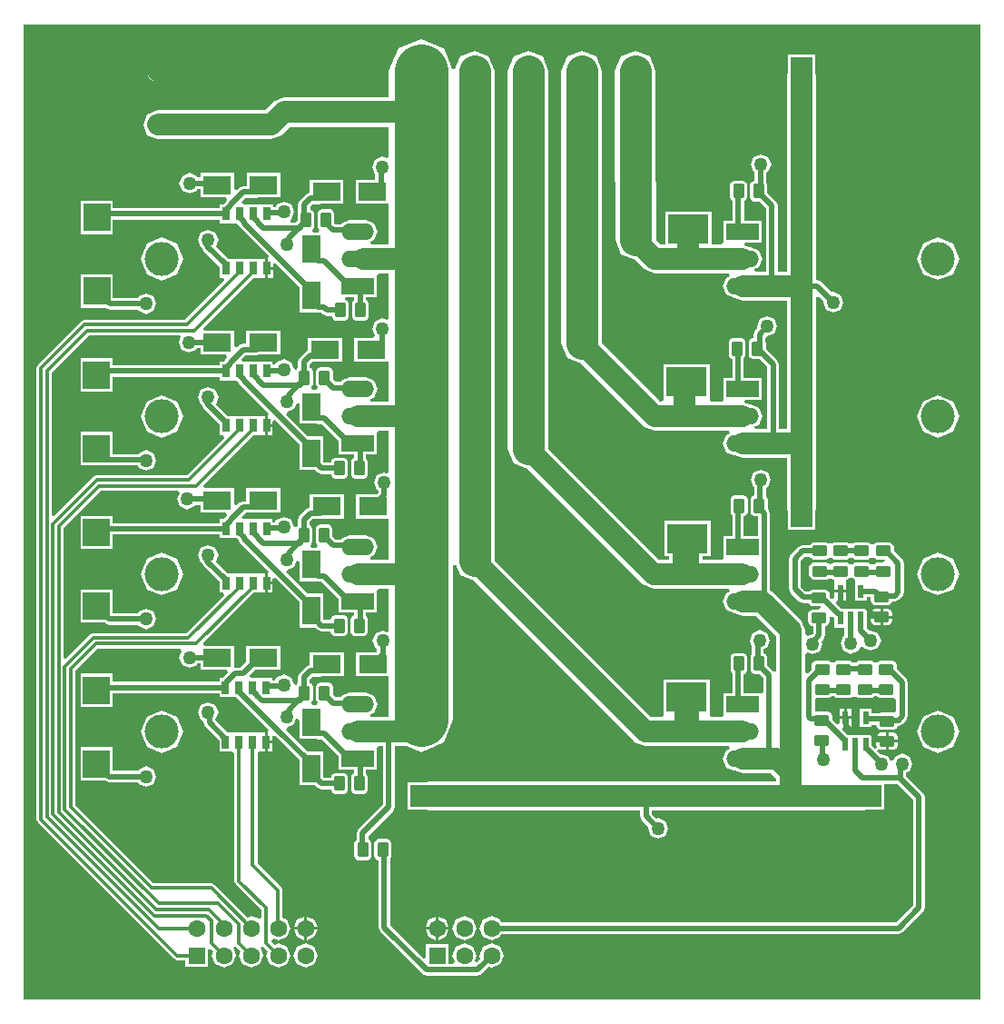
<source format=gtl>
G04*
G04 #@! TF.GenerationSoftware,Altium Limited,Altium Designer,20.0.13 (296)*
G04*
G04 Layer_Physical_Order=1*
G04 Layer_Color=255*
%FSLAX44Y44*%
%MOMM*%
G71*
G01*
G75*
%ADD15C,0.3000*%
G04:AMPARAMS|DCode=39|XSize=1mm|YSize=1.42mm|CornerRadius=0.125mm|HoleSize=0mm|Usage=FLASHONLY|Rotation=0.000|XOffset=0mm|YOffset=0mm|HoleType=Round|Shape=RoundedRectangle|*
%AMROUNDEDRECTD39*
21,1,1.0000,1.1700,0,0,0.0*
21,1,0.7500,1.4200,0,0,0.0*
1,1,0.2500,0.3750,-0.5850*
1,1,0.2500,-0.3750,-0.5850*
1,1,0.2500,-0.3750,0.5850*
1,1,0.2500,0.3750,0.5850*
%
%ADD39ROUNDEDRECTD39*%
%ADD40R,0.5900X1.2100*%
%ADD41R,3.4000X2.0000*%
G04:AMPARAMS|DCode=42|XSize=1mm|YSize=1.42mm|CornerRadius=0.125mm|HoleSize=0mm|Usage=FLASHONLY|Rotation=90.000|XOffset=0mm|YOffset=0mm|HoleType=Round|Shape=RoundedRectangle|*
%AMROUNDEDRECTD42*
21,1,1.0000,1.1700,0,0,90.0*
21,1,0.7500,1.4200,0,0,90.0*
1,1,0.2500,0.5850,0.3750*
1,1,0.2500,0.5850,-0.3750*
1,1,0.2500,-0.5850,-0.3750*
1,1,0.2500,-0.5850,0.3750*
%
%ADD42ROUNDEDRECTD42*%
%ADD43R,2.0000X3.4000*%
%ADD44R,3.8100X2.7940*%
%ADD45R,2.6500X1.7500*%
%ADD46R,1.7500X2.6500*%
%ADD47R,2.5000X2.6000*%
%ADD48R,0.6350X1.2700*%
%ADD49C,0.5000*%
%ADD50C,3.0000*%
%ADD51C,2.0000*%
%ADD52C,5.0000*%
%ADD53C,3.1750*%
%ADD54O,3.0480X1.5240*%
%ADD55R,3.0480X1.5240*%
%ADD56C,1.6050*%
%ADD57R,1.6050X1.6050*%
%ADD58R,2.1000X2.1000*%
%ADD59C,2.1000*%
%ADD60R,1.4000X1.4000*%
%ADD61C,1.4000*%
%ADD62C,1.2700*%
%ADD63C,4.0000*%
G36*
X896168Y3832D02*
X3832D01*
Y912668D01*
X896168D01*
Y3832D01*
D02*
G37*
%LPC*%
G36*
X235770Y878800D02*
Y870270D01*
X244300D01*
X241801Y876302D01*
X235770Y878800D01*
D02*
G37*
G36*
X129770D02*
Y870270D01*
X138300D01*
X135802Y876302D01*
X129770Y878800D01*
D02*
G37*
G36*
X233230D02*
X227198Y876302D01*
X224700Y870270D01*
X233230D01*
Y878800D01*
D02*
G37*
G36*
X127230D02*
X121198Y876302D01*
X118700Y870270D01*
X127230D01*
Y878800D01*
D02*
G37*
G36*
X244300Y867730D02*
X235770D01*
Y859200D01*
X241801Y861698D01*
X244300Y867730D01*
D02*
G37*
G36*
X138300D02*
X129770D01*
Y859200D01*
X135802Y861698D01*
X138300Y867730D01*
D02*
G37*
G36*
X233230D02*
X224700D01*
X227198Y861698D01*
X233230Y859200D01*
Y867730D01*
D02*
G37*
G36*
X127230D02*
X118700D01*
X121198Y861698D01*
X127230Y859200D01*
Y867730D01*
D02*
G37*
G36*
X374000Y899059D02*
X352922Y890328D01*
X344191Y869250D01*
X344261Y869081D01*
Y844323D01*
X246250D01*
X236652Y840348D01*
X228878Y832573D01*
X128500D01*
X118902Y828598D01*
X114927Y819000D01*
X118902Y809402D01*
X128500Y805427D01*
X234500D01*
X244098Y809402D01*
X251872Y817177D01*
X344261D01*
Y789029D01*
X342182Y787640D01*
X338000Y789372D01*
X331196Y786554D01*
X328378Y779750D01*
X331196Y772946D01*
X331295Y772905D01*
Y768040D01*
X313210D01*
Y745460D01*
X344261D01*
Y707673D01*
X327499D01*
X327002Y710173D01*
X330456Y711604D01*
X333677Y719380D01*
X330456Y727156D01*
X322680Y730377D01*
X307440D01*
X299664Y727156D01*
X299345Y726385D01*
X294580D01*
X293452Y727513D01*
Y736100D01*
X292251Y739001D01*
X289350Y740202D01*
X281850D01*
X278949Y739001D01*
X277748Y736100D01*
Y724400D01*
X278949Y721499D01*
X279454Y721290D01*
X278957Y718790D01*
X273543D01*
X273046Y721290D01*
X273551Y721499D01*
X274752Y724400D01*
Y736100D01*
X273551Y739001D01*
X270808Y740137D01*
X270655Y741235D01*
X270662Y742697D01*
X273010Y745045D01*
X279750D01*
X280753Y745460D01*
X301790D01*
Y768040D01*
X270210D01*
Y755732D01*
X266893Y754357D01*
X261143Y748607D01*
X259545Y744750D01*
Y737300D01*
X259048Y736100D01*
Y730013D01*
X257240Y728205D01*
X252845D01*
X252357Y730657D01*
X253054Y730946D01*
X255872Y737750D01*
X253054Y744554D01*
X246250Y747373D01*
X239446Y744554D01*
X238577Y742455D01*
X235965D01*
Y745140D01*
X224535D01*
X224535Y745140D01*
X223265D01*
Y745140D01*
X222035Y745140D01*
X211835D01*
X211835Y745140D01*
X210565D01*
Y745140D01*
X209335Y745140D01*
X208069D01*
X207112Y747450D01*
X210707Y751045D01*
X221000D01*
X222003Y751460D01*
X243040D01*
Y774040D01*
X211460D01*
Y761955D01*
X208447D01*
X204590Y760358D01*
X202350Y758117D01*
X200040Y759074D01*
Y774040D01*
X168460D01*
Y769955D01*
X165613D01*
X165054Y771304D01*
X158250Y774122D01*
X151446Y771304D01*
X148628Y764500D01*
X151446Y757696D01*
X158250Y754877D01*
X165054Y757696D01*
X165613Y759045D01*
X168460D01*
Y751460D01*
X192426D01*
X193383Y749150D01*
X192503Y748271D01*
X191953Y746943D01*
X190150Y745140D01*
X186435D01*
Y741705D01*
X86790D01*
Y748290D01*
X56710D01*
Y717210D01*
X86790D01*
Y730795D01*
X186435D01*
Y727360D01*
X196635D01*
X197865Y727360D01*
Y727360D01*
X199135D01*
Y727360D01*
X202850D01*
X204470Y725740D01*
X205478Y723308D01*
X232135Y696650D01*
X231520Y695164D01*
Y686720D01*
X235965D01*
Y689554D01*
X238275Y690510D01*
X260710Y668075D01*
Y644210D01*
X277247D01*
X278250Y643795D01*
X281140D01*
X282543Y642393D01*
X286400Y640795D01*
X291048D01*
Y640400D01*
X292249Y637499D01*
X295150Y636298D01*
X302650D01*
X305551Y637499D01*
X306752Y640400D01*
Y652100D01*
X305551Y655001D01*
X303331Y655920D01*
X303829Y658420D01*
X312045D01*
Y655454D01*
X310949Y655001D01*
X309748Y652100D01*
Y640400D01*
X310949Y637499D01*
X313850Y636298D01*
X321350D01*
X324251Y637499D01*
X325452Y640400D01*
Y652100D01*
X324251Y655001D01*
X322955Y655537D01*
Y658420D01*
X332840D01*
Y678027D01*
X332840Y678740D01*
X334562Y680527D01*
X344261D01*
Y638383D01*
X342182Y636994D01*
X338250Y638623D01*
X331446Y635804D01*
X328628Y629000D01*
X331096Y623040D01*
X329835Y620540D01*
X311960D01*
Y597960D01*
X343540D01*
X344261Y595759D01*
Y560776D01*
X327090D01*
X326592Y563276D01*
X330336Y564827D01*
X333557Y572603D01*
X330336Y580379D01*
X322560Y583600D01*
X307320D01*
X299544Y580379D01*
X299224Y579609D01*
X294460D01*
X291952Y582116D01*
Y589100D01*
X290751Y592001D01*
X287850Y593202D01*
X280350D01*
X277449Y592001D01*
X276248Y589100D01*
Y577400D01*
X277449Y574499D01*
X276918Y572013D01*
X272582D01*
X272051Y574499D01*
X273252Y577400D01*
Y589100D01*
X272051Y592001D01*
X270335Y592711D01*
Y595714D01*
X272582Y597960D01*
X300540D01*
Y620540D01*
X268960D01*
Y608633D01*
X267022Y607831D01*
X261022Y601831D01*
X259425Y597973D01*
Y592281D01*
X258749Y592001D01*
X258062Y590342D01*
X255685Y591136D01*
X252934Y597777D01*
X246130Y600596D01*
X239326Y597777D01*
X238456Y595679D01*
X235845D01*
Y598363D01*
X224415D01*
X224415Y598363D01*
X223145D01*
Y598363D01*
X221915Y598363D01*
X211715D01*
X211715Y598363D01*
X210445D01*
Y598363D01*
X209215Y598363D01*
X207949D01*
X206992Y600673D01*
X210587Y604268D01*
X220880D01*
X221882Y604683D01*
X242920D01*
Y627263D01*
X211340D01*
Y615179D01*
X208327D01*
X204470Y613581D01*
X202230Y611340D01*
X199920Y612297D01*
Y627263D01*
X171989D01*
X171032Y629573D01*
X218019Y676560D01*
X223900Y676560D01*
X225765Y676560D01*
X228980D01*
Y685450D01*
Y694340D01*
X223900Y694340D01*
X222035Y694340D01*
X213065D01*
X211835Y694340D01*
Y694340D01*
X210565D01*
Y694340D01*
X200365D01*
X199135Y694340D01*
Y694340D01*
X197865D01*
Y694340D01*
X194150D01*
X182766Y705724D01*
X185262Y711750D01*
X182444Y718554D01*
X175640Y721373D01*
X168836Y718554D01*
X166017Y711750D01*
X168836Y704946D01*
X170087Y704428D01*
X171116Y701944D01*
X186435Y686625D01*
Y676560D01*
X189684D01*
X190641Y674250D01*
X153764Y637373D01*
X60665D01*
X60665Y637373D01*
X57573Y636092D01*
X57573Y636092D01*
X16658Y595177D01*
X15377Y592085D01*
X15377Y592085D01*
Y580835D01*
Y573250D01*
Y171826D01*
X15377Y171826D01*
X16658Y168734D01*
X143734Y41658D01*
X143734Y41658D01*
X146826Y40377D01*
X146826Y40377D01*
X154635D01*
Y34185D01*
X175765D01*
Y50134D01*
X178075Y51091D01*
X180703Y48463D01*
X179165Y44750D01*
X182514Y36664D01*
X190600Y33314D01*
X198686Y36664D01*
X202036Y44750D01*
X199566Y50711D01*
X198844Y52456D01*
X200570Y53550D01*
X202105Y52461D01*
X202225Y52341D01*
X206103Y48463D01*
X204564Y44750D01*
X207914Y36664D01*
X216000Y33314D01*
X224086Y36664D01*
X227435Y44750D01*
X224966Y50711D01*
X224244Y52456D01*
X225970Y53550D01*
X227505Y52461D01*
X227625Y52341D01*
X231503Y48463D01*
X229965Y44750D01*
X233314Y36664D01*
X241400Y33314D01*
X249486Y36664D01*
X252836Y44750D01*
X249486Y52836D01*
X241400Y56185D01*
X237687Y54647D01*
X234818Y57516D01*
X234916Y58694D01*
X237558Y60306D01*
X241400Y58714D01*
X249486Y62064D01*
X252836Y70150D01*
X249486Y78236D01*
X244873Y80147D01*
Y105750D01*
X244873Y105750D01*
X243592Y108842D01*
X243592Y108842D01*
X221573Y130861D01*
Y233116D01*
X222915Y235060D01*
X224185D01*
Y235060D01*
X228630D01*
Y243950D01*
Y252840D01*
X224185D01*
Y252840D01*
X222915D01*
Y252840D01*
X211485D01*
Y252840D01*
X210215D01*
Y252840D01*
X200015D01*
X198150Y252840D01*
X196285Y252840D01*
X193800D01*
X182449Y264191D01*
Y264676D01*
X185142Y271180D01*
X182324Y277984D01*
X175520Y280802D01*
X168716Y277984D01*
X165898Y271180D01*
X168716Y264376D01*
X171538Y263207D01*
Y261932D01*
X173136Y258074D01*
X186085Y245125D01*
Y235060D01*
X198359Y235060D01*
X200127Y233292D01*
Y114250D01*
X200127Y114250D01*
X201408Y111158D01*
X224962Y87604D01*
Y80579D01*
X222462Y78909D01*
X216000Y81586D01*
X212287Y80047D01*
X181492Y110842D01*
X178400Y112123D01*
X178400Y112123D01*
X124811D01*
X51823Y185111D01*
Y310139D01*
X72771Y331087D01*
X149963D01*
X151149Y328587D01*
X148628Y322500D01*
X151446Y315696D01*
X158250Y312878D01*
X165054Y315696D01*
X165613Y317045D01*
X168340D01*
Y310890D01*
X193006D01*
X193963Y308580D01*
X189023Y303640D01*
X186085D01*
Y300205D01*
X86670D01*
Y307720D01*
X56590D01*
Y276640D01*
X86670D01*
Y289295D01*
X186085D01*
Y285860D01*
X196285D01*
X197515Y285860D01*
Y285860D01*
X198785D01*
Y285860D01*
X201723D01*
X232243Y255340D01*
X231207Y252840D01*
X231170D01*
Y245220D01*
X235615D01*
Y249214D01*
X237925Y250170D01*
X260590Y227505D01*
Y203640D01*
X275455D01*
X277703Y201393D01*
X281560Y199795D01*
X290298D01*
Y199400D01*
X291499Y196499D01*
X294400Y195298D01*
X301900D01*
X304801Y196499D01*
X306002Y199400D01*
Y211100D01*
X304801Y214001D01*
X301900Y215202D01*
X294400D01*
X291499Y214001D01*
X290298Y211100D01*
Y210705D01*
X283820D01*
X283170Y211355D01*
Y235220D01*
X268305D01*
X248527Y254998D01*
X249497Y257563D01*
X255684Y260126D01*
X257951Y265599D01*
X258090Y265934D01*
X259491Y265655D01*
X260590Y263611D01*
Y246640D01*
X277127D01*
X278130Y246225D01*
X281390D01*
X297160Y230455D01*
Y217850D01*
X311925D01*
Y214715D01*
X310199Y214001D01*
X308998Y211100D01*
Y199400D01*
X310199Y196499D01*
X313100Y195298D01*
X320600D01*
X323501Y196499D01*
X324702Y199400D01*
Y211100D01*
X323501Y214001D01*
X322835Y214276D01*
Y217850D01*
X332720D01*
Y237337D01*
X332720Y238170D01*
X334530Y239837D01*
X338795D01*
Y185760D01*
X315893Y162857D01*
X314295Y159000D01*
Y152684D01*
X313249Y152251D01*
X312048Y149350D01*
Y137650D01*
X313249Y134749D01*
X316150Y133548D01*
X323650D01*
X326551Y134749D01*
X327752Y137650D01*
Y149350D01*
X326551Y152251D01*
X325205Y152808D01*
Y156740D01*
X348107Y179643D01*
X349705Y183500D01*
Y239837D01*
X361212D01*
X374070Y234511D01*
X395148Y243242D01*
X403879Y264320D01*
Y399500D01*
Y408959D01*
X406379Y409456D01*
X410575Y399325D01*
X423641Y393913D01*
X573742Y243812D01*
X583340Y239837D01*
X661690D01*
X662188Y237337D01*
X658444Y235786D01*
X655223Y228010D01*
X658444Y220234D01*
X666220Y217013D01*
X667607D01*
X673850Y214427D01*
X700628D01*
X705177Y209878D01*
Y207323D01*
X381530D01*
X379036Y206290D01*
X361990D01*
Y181210D01*
X379036D01*
X381530Y180177D01*
X578545D01*
Y174750D01*
X580143Y170893D01*
X586186Y164849D01*
X585628Y163500D01*
X588446Y156696D01*
X595250Y153877D01*
X602054Y156696D01*
X604873Y163500D01*
X602054Y170304D01*
X595250Y173123D01*
X593901Y172564D01*
X589455Y177010D01*
Y180177D01*
X718000D01*
X718375Y180332D01*
X718750Y180177D01*
X786750D01*
X789244Y181210D01*
X806290D01*
Y205045D01*
X818240D01*
X833045Y190240D01*
Y91510D01*
X817140Y75605D01*
X449226D01*
X448136Y78236D01*
X440050Y81586D01*
X431964Y78236D01*
X428615Y70150D01*
X431964Y62064D01*
X440050Y58714D01*
X448136Y62064D01*
X449226Y64695D01*
X819400D01*
X823257Y66293D01*
X842357Y85393D01*
X843955Y89250D01*
Y192500D01*
X842357Y196357D01*
X826732Y211983D01*
Y215527D01*
X829554Y216696D01*
X832373Y223500D01*
X829554Y230304D01*
X822750Y233123D01*
X815946Y230304D01*
X814301Y226334D01*
X811595D01*
X810054Y230054D01*
X803250Y232873D01*
X802538Y232577D01*
X799662Y235453D01*
X801078Y237572D01*
X801525Y237387D01*
X803043Y236758D01*
X807623D01*
Y243340D01*
X798941D01*
Y240861D01*
X799570Y239342D01*
X799755Y238895D01*
X797636Y237479D01*
X794490Y240625D01*
Y250090D01*
X772625D01*
X767015Y255700D01*
X767971Y258010D01*
X768730D01*
Y265330D01*
X764510D01*
Y261471D01*
X762200Y260515D01*
X758002Y264713D01*
Y267926D01*
X756801Y270826D01*
X753900Y272028D01*
X742200D01*
X741455Y272526D01*
Y284417D01*
X742400Y285048D01*
X754100D01*
X757001Y286249D01*
X757067Y286410D01*
X759433D01*
X759499Y286249D01*
X762400Y285048D01*
X774100D01*
X776824Y286176D01*
X777001Y286249D01*
X779499D01*
X779676Y286176D01*
X782400Y285048D01*
X794100D01*
X797001Y286249D01*
X797067Y286410D01*
X799433D01*
X799499Y286249D01*
X802400Y285048D01*
X814100D01*
X815045Y285439D01*
X817545Y283769D01*
Y272708D01*
X815045Y271038D01*
X814743Y271163D01*
X803043D01*
X802362Y270880D01*
X794490D01*
Y275190D01*
X783510D01*
Y258010D01*
X794490D01*
Y259970D01*
X798941D01*
Y259561D01*
X800143Y256660D01*
X803043Y255458D01*
X814743D01*
X817644Y256660D01*
X818529Y258795D01*
X819500D01*
X823357Y260393D01*
X826858Y263893D01*
X828455Y267750D01*
Y299500D01*
X826858Y303357D01*
X818202Y312013D01*
Y315350D01*
X817001Y318251D01*
X814100Y319452D01*
X802400D01*
X799676Y318324D01*
X799499Y318251D01*
X797001D01*
X796824Y318324D01*
X794100Y319452D01*
X782400D01*
X779640Y318309D01*
X779362Y318251D01*
X777138D01*
X776860Y318309D01*
X774100Y319452D01*
X762400D01*
X759676Y318324D01*
X759499Y318251D01*
X757001D01*
X756824Y318324D01*
X754100Y319452D01*
X742400D01*
X739499Y318251D01*
X738298Y315350D01*
Y311513D01*
X734633Y307848D01*
X732323Y308804D01*
Y325541D01*
X734823Y327211D01*
X739250Y325378D01*
X746054Y328196D01*
X748872Y335000D01*
X747703Y337822D01*
X749358Y339476D01*
X750955Y343334D01*
Y351798D01*
X751100D01*
X754001Y352999D01*
X755202Y355900D01*
Y360297D01*
X757702Y361333D01*
X759760Y359275D01*
Y350610D01*
X769295D01*
Y342656D01*
X768446Y342304D01*
X765628Y335500D01*
X768446Y328696D01*
X775250Y325878D01*
X782054Y328696D01*
X783768Y332834D01*
X786474D01*
X786946Y331696D01*
X793750Y328877D01*
X800554Y331696D01*
X803372Y338500D01*
X800554Y345304D01*
X793750Y348122D01*
X792401Y347564D01*
X791235Y348730D01*
X789740Y350610D01*
Y367790D01*
X766675D01*
X761255Y373210D01*
X762290Y375710D01*
X763980D01*
Y383030D01*
X759760D01*
Y378241D01*
X757260Y377205D01*
X755202Y379263D01*
Y382100D01*
X754001Y385001D01*
X751100Y386202D01*
X739400D01*
X736499Y385001D01*
X736170Y384205D01*
X732760D01*
X728455Y388510D01*
Y412490D01*
X732510Y416545D01*
X736942D01*
X737499Y415199D01*
X740400Y413998D01*
X752100D01*
X755001Y415199D01*
X756749Y415199D01*
X759650Y413998D01*
X771350D01*
X773860Y415037D01*
X775375Y415130D01*
X776890Y415037D01*
X779400Y413998D01*
X791100D01*
X793824Y415126D01*
X794001Y415199D01*
X796499D01*
X796676Y415126D01*
X799400Y413998D01*
X806301D01*
X806632Y413502D01*
X805296Y411002D01*
X799400D01*
X796676Y409874D01*
X796332Y409801D01*
X794168D01*
X793824Y409874D01*
X791100Y411002D01*
X779400D01*
X776499Y409801D01*
X774251Y409801D01*
X771350Y411002D01*
X759650D01*
X757567Y410139D01*
X755875Y409916D01*
X754184Y410139D01*
X752100Y411002D01*
X740400D01*
X737499Y409801D01*
X736298Y406900D01*
Y399400D01*
X737499Y396499D01*
X740400Y395298D01*
X752100D01*
X754421Y396259D01*
X755875Y396409D01*
X757329Y396259D01*
X759650Y395298D01*
X759760Y392890D01*
X759760Y392798D01*
Y385570D01*
X765250D01*
X770740D01*
Y392798D01*
X770740Y392890D01*
X770963Y395298D01*
X771350D01*
X774251Y396499D01*
X776499Y396499D01*
X779400Y395298D01*
X779177Y392890D01*
X778760D01*
Y375710D01*
X789740D01*
Y378845D01*
X793798D01*
Y375350D01*
X794999Y372449D01*
X797900Y371248D01*
X809600D01*
X812501Y372449D01*
X813369Y374545D01*
X816000D01*
X819857Y376143D01*
X823107Y379393D01*
X824705Y383250D01*
Y410500D01*
X823107Y414357D01*
X815202Y422263D01*
Y425600D01*
X814001Y428501D01*
X811100Y429702D01*
X799400D01*
X796676Y428574D01*
X796499Y428501D01*
X794001D01*
X793824Y428574D01*
X791100Y429702D01*
X779400D01*
X776890Y428662D01*
X775375Y428570D01*
X773860Y428662D01*
X771350Y429702D01*
X759650D01*
X757567Y428839D01*
X755875Y428616D01*
X754184Y428839D01*
X752100Y429702D01*
X740400D01*
X737499Y428501D01*
X737066Y427455D01*
X730250D01*
X726393Y425858D01*
X719143Y418607D01*
X717545Y414750D01*
Y386250D01*
X719143Y382393D01*
X726643Y374893D01*
X730500Y373295D01*
X735838D01*
X736499Y371699D01*
X739400Y370498D01*
X746532D01*
X746863Y370002D01*
X745527Y367502D01*
X739400D01*
X736499Y366301D01*
X735298Y363400D01*
Y355900D01*
X736499Y352999D01*
X739400Y351798D01*
X740045D01*
Y345593D01*
X738949Y344498D01*
X734823Y342789D01*
X732323Y344459D01*
Y348250D01*
X728348Y357848D01*
X701691Y384504D01*
X699579Y385379D01*
Y457332D01*
X697982Y461190D01*
X697452Y461719D01*
Y469850D01*
X696251Y472751D01*
X695960Y472871D01*
Y480705D01*
X697934Y481523D01*
X700752Y488327D01*
X697934Y495131D01*
X691130Y497949D01*
X684326Y495131D01*
X681507Y488327D01*
X684326Y481523D01*
X685050Y481223D01*
Y473621D01*
X682949Y472751D01*
X681748Y469850D01*
Y458150D01*
X682949Y455249D01*
X685850Y454048D01*
X688669D01*
Y435867D01*
X675335D01*
Y454332D01*
X677551Y455249D01*
X678752Y458150D01*
Y469850D01*
X677551Y472751D01*
X674650Y473952D01*
X667150D01*
X664249Y472751D01*
X663048Y469850D01*
Y458150D01*
X664249Y455249D01*
X664425Y455177D01*
Y435867D01*
X656060D01*
Y415547D01*
X654250Y413880D01*
X636953D01*
Y417055D01*
X644090D01*
Y450075D01*
X600910D01*
Y417055D01*
X605427D01*
Y413880D01*
X596338D01*
X492985Y517233D01*
Y869250D01*
X487425Y882674D01*
X474000Y888235D01*
X460575Y882674D01*
X455015Y869250D01*
Y517022D01*
X460575Y503598D01*
X473641Y498186D01*
X581118Y390709D01*
X590716Y386734D01*
X661690D01*
X662188Y384234D01*
X658444Y382683D01*
X655223Y374907D01*
X658444Y367131D01*
X666220Y363910D01*
X667621D01*
X673840Y361334D01*
X686471D01*
X705177Y342628D01*
Y309997D01*
X702677Y309500D01*
X702607Y309667D01*
X697202Y315073D01*
Y322850D01*
X696001Y325751D01*
X693870Y326633D01*
Y330627D01*
X697054Y331946D01*
X699873Y338750D01*
X697054Y345554D01*
X690250Y348372D01*
X683446Y345554D01*
X680628Y338750D01*
X682959Y333121D01*
Y325858D01*
X682699Y325751D01*
X681498Y322850D01*
Y311150D01*
X682699Y308249D01*
X685600Y307048D01*
X689797D01*
X693295Y303550D01*
Y290776D01*
X691620Y288970D01*
X690795Y288970D01*
X675335D01*
Y307435D01*
X677301Y308249D01*
X678502Y311150D01*
Y322850D01*
X677301Y325751D01*
X674400Y326952D01*
X666900D01*
X663999Y325751D01*
X662798Y322850D01*
Y311150D01*
X663999Y308249D01*
X664425Y308073D01*
Y288970D01*
X656060D01*
Y269483D01*
X656060Y268650D01*
X654250Y266983D01*
X644374D01*
X643340Y269055D01*
Y302075D01*
X600160D01*
Y269055D01*
X599126Y266983D01*
X588962D01*
X442985Y412960D01*
Y869250D01*
X437425Y882674D01*
X424000Y888235D01*
X410575Y882674D01*
X405785Y871110D01*
X403079D01*
X397705Y884084D01*
X395148Y890258D01*
X395148Y890258D01*
X395078Y890328D01*
X374000Y899059D01*
D02*
G37*
G36*
X235965Y684180D02*
X231520D01*
Y676560D01*
X235965D01*
Y684180D01*
D02*
G37*
G36*
X856340Y714032D02*
X842246Y708194D01*
X836408Y694100D01*
X842246Y680006D01*
X856340Y674168D01*
X870434Y680006D01*
X876272Y694100D01*
X870434Y708194D01*
X856340Y714032D01*
D02*
G37*
G36*
X132560Y713912D02*
X118466Y708074D01*
X112628Y693980D01*
X118466Y679886D01*
X132560Y674048D01*
X146654Y679886D01*
X152492Y693980D01*
X146654Y708074D01*
X132560Y713912D01*
D02*
G37*
G36*
X86790Y679690D02*
X56710D01*
Y648610D01*
X79575D01*
X79793Y648393D01*
X83650Y646795D01*
X110387D01*
X110946Y645446D01*
X117750Y642627D01*
X124554Y645446D01*
X127373Y652250D01*
X124554Y659054D01*
X117750Y661872D01*
X110946Y659054D01*
X110387Y657705D01*
X86790D01*
Y679690D01*
D02*
G37*
G36*
X574000Y888235D02*
X560575Y882674D01*
X555015Y869250D01*
Y836500D01*
X555085Y836331D01*
Y766230D01*
X555265Y765796D01*
Y711750D01*
X560825Y698326D01*
X573891Y692914D01*
X582302Y684502D01*
X591900Y680527D01*
X655165D01*
X656355Y681020D01*
X657545Y680527D01*
X661690D01*
X662188Y678027D01*
X658444Y676476D01*
X655223Y668700D01*
X658444Y660924D01*
X666220Y657703D01*
X667621D01*
X673840Y655127D01*
X715787D01*
Y640500D01*
Y595500D01*
Y550750D01*
Y535377D01*
X708205D01*
Y595603D01*
X706608Y599461D01*
X695702Y610366D01*
Y616350D01*
X695335Y617236D01*
Y619611D01*
X697000Y621628D01*
X703804Y624446D01*
X706622Y631250D01*
X703804Y638054D01*
X697000Y640872D01*
X690196Y638054D01*
X687377Y631250D01*
X687936Y629901D01*
X686023Y627988D01*
X684425Y624130D01*
Y620452D01*
X684100D01*
X681199Y619251D01*
X679998Y616350D01*
Y604650D01*
X681199Y601749D01*
X684100Y600548D01*
X690091D01*
X697295Y593344D01*
Y535377D01*
X685990D01*
X685492Y537877D01*
X689236Y539427D01*
X692457Y547203D01*
X689236Y554980D01*
X681460Y558200D01*
X680059D01*
X675852Y559943D01*
X676349Y562443D01*
X691620D01*
Y582763D01*
X675335D01*
Y601557D01*
X675801Y601749D01*
X677002Y604650D01*
Y616350D01*
X675801Y619251D01*
X672900Y620452D01*
X665400D01*
X662499Y619251D01*
X661298Y616350D01*
Y604650D01*
X662499Y601749D01*
X664425Y600952D01*
Y582763D01*
X656060D01*
Y563276D01*
X656060Y562443D01*
X654250Y560776D01*
X644125D01*
X643590Y563055D01*
X643590D01*
Y596075D01*
X600410D01*
Y563055D01*
X600410D01*
X600072Y561614D01*
X597460Y561236D01*
X542985Y615710D01*
Y869250D01*
X537425Y882674D01*
X524000Y888235D01*
X510575Y882674D01*
X505015Y869250D01*
Y615500D01*
X510575Y602076D01*
X523641Y596664D01*
X582699Y537606D01*
X592297Y533630D01*
X661690D01*
X662188Y531130D01*
X658444Y529580D01*
X655223Y521803D01*
X658444Y514027D01*
X666220Y510806D01*
X667621D01*
X673840Y508230D01*
X715787D01*
Y505750D01*
Y460950D01*
X716820Y458456D01*
Y441410D01*
X741900D01*
Y458456D01*
X742933Y460950D01*
Y505750D01*
Y524000D01*
Y550750D01*
Y595500D01*
Y640500D01*
Y658335D01*
X745243Y659292D01*
X749686Y654849D01*
X749128Y653500D01*
X751946Y646696D01*
X758750Y643878D01*
X765554Y646696D01*
X768372Y653500D01*
X765554Y660304D01*
X758750Y663122D01*
X757401Y662564D01*
X747408Y672557D01*
X743550Y674155D01*
X742933D01*
Y685250D01*
Y730250D01*
Y775000D01*
Y820000D01*
Y864750D01*
X741900Y867244D01*
Y884290D01*
X716820D01*
Y867244D01*
X715787Y864750D01*
Y820000D01*
Y775000D01*
Y730250D01*
Y685250D01*
Y682273D01*
X706955D01*
Y743750D01*
X705357Y747607D01*
X696952Y756013D01*
Y763100D01*
X696080Y765205D01*
Y774378D01*
X698054Y775196D01*
X700872Y782000D01*
X698054Y788804D01*
X691250Y791622D01*
X684446Y788804D01*
X681628Y782000D01*
X684446Y775196D01*
X685170Y774896D01*
Y767128D01*
X682449Y766001D01*
X681248Y763100D01*
Y751400D01*
X682449Y748499D01*
X685350Y747298D01*
X690237D01*
X696045Y741490D01*
Y682273D01*
X685990D01*
X685492Y684773D01*
X689236Y686324D01*
X692457Y694100D01*
X689236Y701876D01*
X681460Y705097D01*
X680059D01*
X675852Y706840D01*
X676349Y709340D01*
X691620D01*
Y729660D01*
X675455D01*
Y747838D01*
X677051Y748499D01*
X678252Y751400D01*
Y763100D01*
X677051Y766001D01*
X674150Y767202D01*
X666650D01*
X663749Y766001D01*
X662548Y763100D01*
Y751400D01*
X663749Y748499D01*
X664545Y748170D01*
Y729660D01*
X656060D01*
Y709983D01*
X655673Y708983D01*
X654250Y707673D01*
X645090D01*
Y738390D01*
X601910D01*
Y707673D01*
X597522D01*
X593235Y711960D01*
Y766050D01*
X593055Y766485D01*
Y836430D01*
X593055Y836430D01*
X592985Y836599D01*
Y869250D01*
X587425Y882674D01*
X574000Y888235D01*
D02*
G37*
G36*
X856340Y567136D02*
X842246Y561298D01*
X836408Y547203D01*
X842246Y533109D01*
X856340Y527271D01*
X870434Y533109D01*
X876272Y547203D01*
X870434Y561298D01*
X856340Y567136D01*
D02*
G37*
G36*
Y420239D02*
X842246Y414401D01*
X836408Y400307D01*
X842246Y386212D01*
X856340Y380374D01*
X870434Y386212D01*
X876272Y400307D01*
X870434Y414401D01*
X856340Y420239D01*
D02*
G37*
G36*
X770740Y383030D02*
X766520D01*
Y375710D01*
X770740D01*
Y383030D01*
D02*
G37*
G36*
X809600Y368252D02*
X805020D01*
Y361670D01*
X813702D01*
Y364150D01*
X812501Y367051D01*
X809600Y368252D01*
D02*
G37*
G36*
X802480D02*
X797900D01*
X794999Y367051D01*
X793798Y364150D01*
Y361670D01*
X802480D01*
Y368252D01*
D02*
G37*
G36*
X813702Y359130D02*
X805020D01*
Y352548D01*
X809600D01*
X812501Y353749D01*
X813702Y356650D01*
Y359130D01*
D02*
G37*
G36*
X802480D02*
X793798D01*
Y356650D01*
X794999Y353749D01*
X797900Y352548D01*
X802480D01*
Y359130D01*
D02*
G37*
G36*
X775490Y275190D02*
X771270D01*
Y267870D01*
X775490D01*
Y275190D01*
D02*
G37*
G36*
X768730D02*
X764510D01*
Y267870D01*
X768730D01*
Y275190D01*
D02*
G37*
G36*
X775490Y265330D02*
X771270D01*
Y258010D01*
X775490D01*
Y265330D01*
D02*
G37*
G36*
X814743Y252463D02*
X810163D01*
Y245881D01*
X818846D01*
Y248361D01*
X817644Y251261D01*
X814743Y252463D01*
D02*
G37*
G36*
X807623D02*
X803043D01*
X800143Y251261D01*
X798941Y248361D01*
Y245881D01*
X807623D01*
Y252463D01*
D02*
G37*
G36*
X818846Y243340D02*
X810163D01*
Y236758D01*
X814743D01*
X817644Y237960D01*
X818846Y240861D01*
Y243340D01*
D02*
G37*
G36*
X235615Y242680D02*
X231170D01*
Y235060D01*
X235615D01*
Y242680D01*
D02*
G37*
G36*
X856340Y273342D02*
X842246Y267504D01*
X836408Y253410D01*
X842246Y239316D01*
X856340Y233478D01*
X870434Y239316D01*
X876272Y253410D01*
X870434Y267504D01*
X856340Y273342D01*
D02*
G37*
G36*
X132440D02*
X118346Y267504D01*
X112508Y253410D01*
X118346Y239316D01*
X132440Y233478D01*
X146534Y239316D01*
X152372Y253410D01*
X146534Y267504D01*
X132440Y273342D01*
D02*
G37*
G36*
X86670Y239120D02*
X56590D01*
Y208040D01*
X79455D01*
X79672Y207823D01*
X83530Y206225D01*
X110267D01*
X110826Y204876D01*
X117630Y202058D01*
X124434Y204876D01*
X127253Y211680D01*
X124434Y218484D01*
X117630Y221303D01*
X110826Y218484D01*
X110267Y217135D01*
X86670D01*
Y239120D01*
D02*
G37*
G36*
X390520Y81059D02*
Y71420D01*
X400159D01*
X397336Y78236D01*
X390520Y81059D01*
D02*
G37*
G36*
X387980D02*
X381164Y78236D01*
X378341Y71420D01*
X387980D01*
Y81059D01*
D02*
G37*
G36*
X268070D02*
Y71420D01*
X277709D01*
X274886Y78236D01*
X268070Y81059D01*
D02*
G37*
G36*
X265530D02*
X258714Y78236D01*
X255891Y71420D01*
X265530D01*
Y81059D01*
D02*
G37*
G36*
X400159Y68880D02*
X390520D01*
Y59241D01*
X397336Y62064D01*
X400159Y68880D01*
D02*
G37*
G36*
X387980D02*
X378341D01*
X381164Y62064D01*
X387980Y59241D01*
Y68880D01*
D02*
G37*
G36*
X277709D02*
X268070D01*
Y59241D01*
X274886Y62064D01*
X277709Y68880D01*
D02*
G37*
G36*
X265530D02*
X255891D01*
X258714Y62064D01*
X265530Y59241D01*
Y68880D01*
D02*
G37*
G36*
X414650Y81586D02*
X406564Y78236D01*
X403214Y70150D01*
X406564Y62064D01*
X414650Y58714D01*
X422736Y62064D01*
X426086Y70150D01*
X422736Y78236D01*
X414650Y81586D01*
D02*
G37*
G36*
X342350Y153452D02*
X334850D01*
X331949Y152251D01*
X330748Y149350D01*
Y137650D01*
X331949Y134749D01*
X334295Y133778D01*
Y71072D01*
X335892Y67215D01*
X375280Y27828D01*
X379137Y26230D01*
X426985D01*
X430843Y27828D01*
X437419Y34404D01*
X440050Y33314D01*
X448136Y36664D01*
X451485Y44750D01*
X448136Y52836D01*
X440050Y56185D01*
X431964Y52836D01*
X428615Y44750D01*
X429704Y42119D01*
X426286Y38701D01*
X424166Y40117D01*
X426086Y44750D01*
X422736Y52836D01*
X414650Y56185D01*
X406564Y52836D01*
X403214Y44750D01*
X405506Y39219D01*
X404117Y37140D01*
X399815D01*
Y55315D01*
X378685D01*
Y43119D01*
X376375Y42162D01*
X345205Y73332D01*
Y134730D01*
X345251Y134749D01*
X346452Y137650D01*
Y149350D01*
X345251Y152251D01*
X342350Y153452D01*
D02*
G37*
G36*
X266800Y56185D02*
X258714Y52836D01*
X255364Y44750D01*
X258714Y36664D01*
X266800Y33314D01*
X274886Y36664D01*
X278235Y44750D01*
X274886Y52836D01*
X266800Y56185D01*
D02*
G37*
%LPD*%
G36*
X150245Y621008D02*
X148378Y616500D01*
X151196Y609696D01*
X158000Y606878D01*
X164804Y609696D01*
X165363Y611045D01*
X168340D01*
Y604683D01*
X192306D01*
X193263Y602374D01*
X192383Y601494D01*
X191833Y600167D01*
X190030Y598363D01*
X186315D01*
Y594929D01*
X86670D01*
Y601513D01*
X56590D01*
Y570433D01*
X86670D01*
Y584018D01*
X186315D01*
Y580583D01*
X196515D01*
X197745Y580583D01*
Y580583D01*
X199015D01*
Y580583D01*
X202730D01*
X204350Y578964D01*
X205357Y576531D01*
X232015Y549873D01*
X231400Y548387D01*
Y539943D01*
X235845D01*
Y542777D01*
X238155Y543734D01*
X260590Y521298D01*
Y497433D01*
X275455D01*
X277746Y495143D01*
X281603Y493545D01*
X290298D01*
Y493150D01*
X291499Y490249D01*
X294400Y489048D01*
X301900D01*
X304801Y490249D01*
X306002Y493150D01*
Y504850D01*
X304801Y507751D01*
X301900Y508952D01*
X294400D01*
X291499Y507751D01*
X290298Y504850D01*
Y504455D01*
X283863D01*
X283170Y505148D01*
Y529013D01*
X268305D01*
X248527Y548791D01*
X249497Y551357D01*
X255684Y553919D01*
X258090Y559728D01*
X260590Y559230D01*
Y540433D01*
X277127D01*
X278130Y540018D01*
X281390D01*
X297160Y524248D01*
Y511643D01*
X311925D01*
Y508465D01*
X310199Y507751D01*
X308998Y504850D01*
Y493150D01*
X310199Y490249D01*
X313100Y489048D01*
X320600D01*
X323501Y490249D01*
X324702Y493150D01*
Y504850D01*
X323501Y507751D01*
X322835Y508026D01*
Y511643D01*
X332720D01*
Y531130D01*
X332720Y531963D01*
X334530Y533630D01*
X344261D01*
Y495754D01*
X342182Y494365D01*
X339750Y495373D01*
X332946Y492554D01*
X330127Y485750D01*
X332946Y478946D01*
X334295Y478387D01*
Y475956D01*
X332955Y474617D01*
X313590D01*
Y452037D01*
X344261D01*
Y413880D01*
X327090D01*
X326592Y416380D01*
X330336Y417930D01*
X333557Y425707D01*
X330336Y433483D01*
X322560Y436704D01*
X307320D01*
X299544Y433483D01*
X299224Y432712D01*
X294460D01*
X291702Y435469D01*
Y442350D01*
X290501Y445251D01*
X287600Y446452D01*
X280100D01*
X277199Y445251D01*
X275998Y442350D01*
Y430650D01*
X277199Y427749D01*
X277519Y427617D01*
X277022Y425117D01*
X271978D01*
X271481Y427617D01*
X271801Y427749D01*
X273002Y430650D01*
Y442350D01*
X271801Y445251D01*
X270335Y445858D01*
Y448817D01*
X273140Y451621D01*
X280130D01*
X281133Y452037D01*
X302170D01*
Y474617D01*
X270590D01*
Y462412D01*
X267022Y460934D01*
X261022Y454934D01*
X259425Y451077D01*
Y446068D01*
X258556Y445274D01*
X258499Y445251D01*
X258480Y445205D01*
X257839Y444619D01*
X255319Y445122D01*
X252934Y450881D01*
X246130Y453699D01*
X239326Y450881D01*
X238456Y448782D01*
X235845D01*
Y451467D01*
X224415D01*
X224415Y451467D01*
X223145D01*
Y451467D01*
X221915Y451467D01*
X211715D01*
X211715Y451467D01*
X210445D01*
Y451467D01*
X209215Y451467D01*
X207949D01*
X206992Y453776D01*
X210587Y457371D01*
X220880D01*
X221882Y457787D01*
X242920D01*
Y480367D01*
X211340D01*
Y468282D01*
X208327D01*
X204470Y466684D01*
X202230Y464444D01*
X199920Y465401D01*
Y480367D01*
X171749D01*
X170792Y482676D01*
X217899Y529783D01*
X223145D01*
Y529783D01*
X224415D01*
Y529783D01*
X228860D01*
Y538673D01*
Y547563D01*
X224415D01*
Y547563D01*
X223145D01*
Y547563D01*
X212945D01*
X211715Y547563D01*
Y547563D01*
X210445D01*
Y547563D01*
X200245D01*
X199015Y547563D01*
Y547563D01*
X197745D01*
Y547563D01*
X194030D01*
X182646Y558947D01*
X185142Y564973D01*
X182324Y571777D01*
X175520Y574596D01*
X168716Y571777D01*
X165898Y564973D01*
X168716Y558169D01*
X169967Y557651D01*
X170996Y555168D01*
X186315Y539849D01*
Y529783D01*
X189564D01*
X190521Y527474D01*
X155670Y492623D01*
X71915D01*
X71915Y492623D01*
X68823Y491342D01*
X68823Y491342D01*
X31972Y454492D01*
X29663Y455448D01*
Y587979D01*
X64771Y623087D01*
X148856D01*
X150245Y621008D01*
D02*
G37*
G36*
X148942Y475837D02*
X146628Y470250D01*
X149446Y463446D01*
X156250Y460628D01*
X163054Y463446D01*
X163613Y464795D01*
X168340D01*
Y457787D01*
X192306D01*
X193263Y455477D01*
X192383Y454597D01*
X191833Y453270D01*
X190030Y451467D01*
X186315D01*
Y448032D01*
X86670D01*
Y454617D01*
X56590D01*
Y423537D01*
X86670D01*
Y437121D01*
X186315D01*
Y433687D01*
X196515D01*
X197745Y433687D01*
Y433687D01*
X199015D01*
Y433687D01*
X202730D01*
X204350Y432067D01*
X205357Y429634D01*
X232015Y402976D01*
X231400Y401491D01*
Y393047D01*
X235845D01*
Y395880D01*
X238155Y396837D01*
X260590Y374402D01*
Y350537D01*
X275455D01*
X277599Y348392D01*
X281457Y346795D01*
X290048D01*
Y346400D01*
X291249Y343499D01*
X294150Y342298D01*
X301650D01*
X304551Y343499D01*
X305752Y346400D01*
Y358100D01*
X304551Y361001D01*
X301650Y362202D01*
X294150D01*
X291249Y361001D01*
X290048Y358100D01*
Y357705D01*
X283716D01*
X283170Y358252D01*
Y382117D01*
X268305D01*
X248527Y401894D01*
X249497Y404460D01*
X255684Y407023D01*
X258090Y412831D01*
X260590Y412334D01*
Y393537D01*
X277127D01*
X278130Y393121D01*
X281390D01*
X297160Y377352D01*
Y364747D01*
X311925D01*
Y361819D01*
X309949Y361001D01*
X308748Y358100D01*
Y346400D01*
X309949Y343499D01*
X312850Y342298D01*
X320350D01*
X323251Y343499D01*
X324452Y346400D01*
Y358100D01*
X323251Y361001D01*
X322835Y361173D01*
Y364747D01*
X332720D01*
Y384233D01*
X332720Y385067D01*
X334530Y386734D01*
X344261D01*
Y347486D01*
X342182Y346097D01*
X338500Y347622D01*
X331696Y344804D01*
X328877Y338000D01*
X331696Y331196D01*
X333045Y330637D01*
Y327810D01*
X332955Y327720D01*
X313590D01*
Y305140D01*
X344261D01*
Y266983D01*
X327090D01*
X326592Y269483D01*
X330336Y271034D01*
X333557Y278810D01*
X330336Y286586D01*
X322560Y289807D01*
X307320D01*
X299544Y286586D01*
X299224Y285815D01*
X294460D01*
X291952Y288323D01*
Y295350D01*
X290751Y298251D01*
X287850Y299452D01*
X280350D01*
X277449Y298251D01*
X276248Y295350D01*
Y283650D01*
X277449Y280749D01*
X277520Y280720D01*
X277023Y278220D01*
X272477D01*
X271980Y280720D01*
X272051Y280749D01*
X273252Y283650D01*
Y295350D01*
X272051Y298251D01*
X270335Y298961D01*
Y301920D01*
X273140Y304725D01*
X280130D01*
X281133Y305140D01*
X302170D01*
Y327720D01*
X270590D01*
Y315515D01*
X267022Y314037D01*
X261022Y308037D01*
X259425Y304180D01*
Y298531D01*
X258749Y298251D01*
X258062Y296592D01*
X255676Y297364D01*
X252934Y303984D01*
X246130Y306803D01*
X239326Y303984D01*
X238264Y301420D01*
X235615D01*
Y303640D01*
X224185D01*
X224185Y303640D01*
X222915D01*
Y303640D01*
X221685Y303640D01*
X215340D01*
X214305Y306140D01*
X219055Y310890D01*
X242920D01*
Y333470D01*
X211340D01*
Y318605D01*
X205844Y313109D01*
X200751D01*
X199920Y313664D01*
Y333470D01*
X171749D01*
X170792Y335780D01*
X217899Y382887D01*
X223145D01*
Y382887D01*
X224415D01*
Y382887D01*
X228860D01*
Y391777D01*
Y400667D01*
X224415D01*
Y400667D01*
X223145D01*
Y400667D01*
X212945D01*
X211715Y400667D01*
Y400667D01*
X210445D01*
Y400667D01*
X200245D01*
X199015Y400667D01*
Y400667D01*
X197745D01*
Y400667D01*
X194030D01*
X182646Y412050D01*
X185142Y418077D01*
X182324Y424881D01*
X175520Y427699D01*
X168716Y424881D01*
X165898Y418077D01*
X168716Y411273D01*
X169967Y410754D01*
X170996Y408271D01*
X186315Y392952D01*
Y382887D01*
X189564D01*
X190521Y380577D01*
X155317Y345373D01*
X68665D01*
X68665Y345373D01*
X65573Y344092D01*
X65573Y344092D01*
X43053Y321572D01*
X40743Y322528D01*
Y443059D01*
X76021Y478337D01*
X147463D01*
X148942Y475837D01*
D02*
G37*
%LPC*%
G36*
X235845Y537403D02*
X231400D01*
Y529783D01*
X235845D01*
Y537403D01*
D02*
G37*
G36*
X132440Y567136D02*
X118346Y561298D01*
X112508Y547203D01*
X118346Y533109D01*
X132440Y527271D01*
X146534Y533109D01*
X152372Y547203D01*
X146534Y561298D01*
X132440Y567136D01*
D02*
G37*
G36*
X86670Y532913D02*
X56590D01*
Y501833D01*
X80627D01*
X81630Y501418D01*
X110067D01*
X110826Y499586D01*
X117630Y496768D01*
X124434Y499586D01*
X127253Y506390D01*
X124434Y513194D01*
X117630Y516012D01*
X110826Y513194D01*
X110467Y512329D01*
X86670D01*
Y532913D01*
D02*
G37*
G36*
X235845Y390507D02*
X231400D01*
Y382887D01*
X235845D01*
Y390507D01*
D02*
G37*
G36*
X132440Y420239D02*
X118346Y414401D01*
X112508Y400307D01*
X118346Y386212D01*
X132440Y380374D01*
X146534Y386212D01*
X152372Y400307D01*
X146534Y414401D01*
X132440Y420239D01*
D02*
G37*
G36*
X86670Y386017D02*
X56590D01*
Y354937D01*
X79455D01*
X79672Y354719D01*
X83530Y353121D01*
X110267D01*
X110826Y351773D01*
X117630Y348954D01*
X124434Y351773D01*
X127253Y358577D01*
X124434Y365381D01*
X117630Y368199D01*
X110826Y365381D01*
X110267Y364032D01*
X86670D01*
Y386017D01*
D02*
G37*
%LPD*%
D15*
X19750Y592085D02*
X60665Y633000D01*
X71915D01*
X25290Y174121D02*
Y589790D01*
X62960Y627460D02*
X162735D01*
X25290Y589790D02*
X62960Y627460D01*
X19750Y580835D02*
Y592085D01*
X71915Y633000D02*
X79500D01*
X19750Y573250D02*
Y580835D01*
X41910Y314245D02*
X68665Y341000D01*
X157128D01*
X204730Y388602D01*
X47450Y311950D02*
X70960Y335460D01*
X164288D01*
X217430Y388602D01*
X71915Y488250D02*
X157482D01*
X30830Y447165D02*
X71915Y488250D01*
X157482D02*
X204730Y535498D01*
X74210Y482710D02*
X164642D01*
X36370Y444870D02*
X74210Y482710D01*
X164642D02*
X217430Y535498D01*
X36370Y178711D02*
Y444870D01*
X30830Y176416D02*
X125031Y82215D01*
X30830Y176416D02*
Y447165D01*
X79500Y633000D02*
X155575D01*
X19750Y171826D02*
Y573250D01*
X36370Y178711D02*
X127326Y87755D01*
X25290Y174121D02*
X129261Y70150D01*
X41910Y181005D02*
Y314245D01*
X19750Y171826D02*
X146826Y44750D01*
X47450Y183300D02*
X123000Y107750D01*
X47450Y183300D02*
Y311950D01*
X41910Y181005D02*
X129620Y93295D01*
X184790D01*
X125031Y82215D02*
X173535D01*
X127326Y87755D02*
X175830D01*
X129261Y70150D02*
X165200D01*
X146826Y44750D02*
X165200D01*
X123000Y107750D02*
X178400D01*
X155575Y633000D02*
X204850Y682275D01*
Y685450D01*
X162735Y627460D02*
X217550Y682275D01*
Y685450D01*
X178535Y56815D02*
X190600Y44750D01*
X178535Y56815D02*
Y77215D01*
X184790Y93295D02*
X203935Y74150D01*
X173535Y82215D02*
X178535Y77215D01*
X190600Y70150D02*
Y72985D01*
X175830Y87755D02*
X190600Y72985D01*
X203935Y56815D02*
Y74150D01*
X178400Y107750D02*
X216000Y70150D01*
X204730Y535498D02*
Y538673D01*
X217430Y535498D02*
Y538673D01*
X203935Y56815D02*
X216000Y44750D01*
X204730Y388602D02*
Y391777D01*
X229335Y56815D02*
Y89415D01*
X204500Y114250D02*
X229335Y89415D01*
X204500Y114250D02*
Y243950D01*
X217430Y388602D02*
Y391777D01*
X229335Y56815D02*
X241400Y44750D01*
X240500Y71050D02*
X241400Y70150D01*
X240500Y71050D02*
Y105750D01*
X217200Y129050D02*
X240500Y105750D01*
X217200Y129050D02*
Y243950D01*
D39*
X689350Y317000D02*
D03*
X670650D02*
D03*
X689100Y757250D02*
D03*
X670400D02*
D03*
X687850Y610500D02*
D03*
X669150D02*
D03*
X338600Y143500D02*
D03*
X319900D02*
D03*
X689600Y464000D02*
D03*
X670900D02*
D03*
X284100Y289500D02*
D03*
X265400D02*
D03*
X283850Y436500D02*
D03*
X265150D02*
D03*
X284100Y583250D02*
D03*
X265400D02*
D03*
X285600Y730250D02*
D03*
X266900D02*
D03*
X316850Y205250D02*
D03*
X298150D02*
D03*
X316600Y352250D02*
D03*
X297900D02*
D03*
X316850Y499000D02*
D03*
X298150D02*
D03*
X317600Y646250D02*
D03*
X298900D02*
D03*
D40*
X770000Y266600D02*
D03*
X789000D02*
D03*
Y241500D02*
D03*
X779500D02*
D03*
X770000D02*
D03*
X765250Y384300D02*
D03*
X784250D02*
D03*
Y359200D02*
D03*
X774750D02*
D03*
X765250D02*
D03*
D41*
X381530Y193750D02*
D03*
Y133750D02*
D03*
X426500Y193750D02*
D03*
Y133750D02*
D03*
X471750Y193750D02*
D03*
Y133750D02*
D03*
X516750Y193750D02*
D03*
Y133750D02*
D03*
X561500Y193750D02*
D03*
Y133750D02*
D03*
X606500Y193750D02*
D03*
Y133750D02*
D03*
X651500Y193750D02*
D03*
Y133750D02*
D03*
X696500Y193750D02*
D03*
Y133750D02*
D03*
X741750Y193750D02*
D03*
Y133750D02*
D03*
X786750Y193750D02*
D03*
Y133750D02*
D03*
D42*
X808893Y263311D02*
D03*
Y244611D02*
D03*
X748050Y264176D02*
D03*
Y245476D02*
D03*
X808250Y292900D02*
D03*
Y311600D02*
D03*
X788250D02*
D03*
Y292900D02*
D03*
X768250D02*
D03*
Y311600D02*
D03*
X748250D02*
D03*
Y292900D02*
D03*
X803750Y379100D02*
D03*
Y360400D02*
D03*
X745250Y378350D02*
D03*
Y359650D02*
D03*
X805250Y403150D02*
D03*
Y421850D02*
D03*
X785250D02*
D03*
Y403150D02*
D03*
X765500D02*
D03*
Y421850D02*
D03*
X746250D02*
D03*
Y403150D02*
D03*
D43*
X789360Y864750D02*
D03*
X729360D02*
D03*
X789360Y820000D02*
D03*
X729360D02*
D03*
X789360Y775000D02*
D03*
X729360D02*
D03*
X789360Y730250D02*
D03*
X729360D02*
D03*
X789360Y685250D02*
D03*
X729360D02*
D03*
X789360Y640500D02*
D03*
X729360D02*
D03*
X789360Y595500D02*
D03*
X729360D02*
D03*
X789360Y550750D02*
D03*
X729360D02*
D03*
X789360Y505750D02*
D03*
X729360D02*
D03*
X789360Y460950D02*
D03*
X729360D02*
D03*
D44*
X623500Y793250D02*
D03*
Y721880D02*
D03*
X622000Y650935D02*
D03*
Y579565D02*
D03*
X622500Y504935D02*
D03*
Y433565D02*
D03*
X621750Y356935D02*
D03*
Y285565D02*
D03*
D45*
X329380Y316430D02*
D03*
X286380D02*
D03*
X329380Y463327D02*
D03*
X286380D02*
D03*
X327750Y609250D02*
D03*
X284750D02*
D03*
X329000Y756750D02*
D03*
X286000D02*
D03*
X184130Y322180D02*
D03*
X227130D02*
D03*
X184130Y469077D02*
D03*
X227130D02*
D03*
X184130Y615973D02*
D03*
X227130D02*
D03*
X184250Y762750D02*
D03*
X227250D02*
D03*
D46*
X271880Y262430D02*
D03*
Y219430D02*
D03*
Y409327D02*
D03*
Y366327D02*
D03*
Y556223D02*
D03*
Y513223D02*
D03*
X272000Y703000D02*
D03*
Y660000D02*
D03*
D47*
X71630Y292180D02*
D03*
Y223580D02*
D03*
Y439077D02*
D03*
Y370477D02*
D03*
Y585973D02*
D03*
Y517373D02*
D03*
X71750Y732750D02*
D03*
Y664150D02*
D03*
D48*
X191800Y243950D02*
D03*
X204500D02*
D03*
X217200D02*
D03*
X229900D02*
D03*
Y294750D02*
D03*
X217200D02*
D03*
X204500D02*
D03*
X191800D02*
D03*
X192030Y391777D02*
D03*
X204730D02*
D03*
X217430D02*
D03*
X230130D02*
D03*
Y442577D02*
D03*
X217430D02*
D03*
X204730D02*
D03*
X192030D02*
D03*
Y538673D02*
D03*
X204730D02*
D03*
X217430D02*
D03*
X230130D02*
D03*
Y589473D02*
D03*
X217430D02*
D03*
X204730D02*
D03*
X192030D02*
D03*
X192150Y685450D02*
D03*
X204850D02*
D03*
X217550D02*
D03*
X230250D02*
D03*
Y736250D02*
D03*
X217550D02*
D03*
X204850D02*
D03*
X192150D02*
D03*
D49*
X285000Y728250D02*
Y730250D01*
X319750Y159000D02*
X344250Y183500D01*
Y253410D01*
X688415Y336914D02*
X690250Y338750D01*
X688415Y318146D02*
Y336914D01*
Y318146D02*
X689880Y316680D01*
Y314680D02*
Y316680D01*
Y314680D02*
X698750Y305810D01*
X774750Y336000D02*
X775250Y335500D01*
X774750Y336000D02*
Y359200D01*
X336750Y778500D02*
X338000Y779750D01*
X330500Y755750D02*
X336750Y762000D01*
Y778500D01*
X338500Y326310D02*
Y338000D01*
Y326310D02*
X338880Y325930D01*
X329380Y463327D02*
X339750Y473697D01*
Y485750D01*
X338250Y615500D02*
Y629000D01*
X736000Y267478D02*
Y301500D01*
X744337Y265789D02*
X745626Y264500D01*
X737689Y265789D02*
X744337D01*
X736000Y267478D02*
X737689Y265789D01*
X745600Y309100D02*
X748500Y312000D01*
X745626Y264500D02*
X750500D01*
X743600Y309100D02*
X745600D01*
X736000Y301500D02*
X743600Y309100D01*
X768629Y372250D02*
X783456D01*
X785416Y370290D01*
X789288D02*
X792240Y367338D01*
X785416Y370290D02*
X789288D01*
X800850Y362900D02*
X803750Y360000D01*
X795169Y362900D02*
X800850D01*
X792240Y365829D02*
X795169Y362900D01*
X792240Y365829D02*
Y367338D01*
X775280Y254000D02*
X788000D01*
X789410Y252590D01*
X794038D01*
X805639Y247111D02*
X808500Y244250D01*
X799517Y247111D02*
X805639D01*
X794038Y252590D02*
X799517Y247111D01*
X789450Y265425D02*
X807325D01*
X808500Y264250D01*
X819500D01*
X823000Y267750D01*
Y299500D01*
X810500Y312000D02*
X823000Y299500D01*
X808500Y312000D02*
X810500D01*
X789000Y265875D02*
X789450Y265425D01*
X789000Y265875D02*
Y266600D01*
X770000D02*
X770450Y266150D01*
Y258830D02*
Y266150D01*
Y258830D02*
X775280Y254000D01*
X765250Y384300D02*
X765700Y383850D01*
Y375179D02*
Y383850D01*
Y375179D02*
X768629Y372250D01*
X748775Y227975D02*
X749500Y227250D01*
X748775Y227975D02*
Y244751D01*
X748050Y245476D02*
X748775Y244751D01*
X745500Y343334D02*
Y359400D01*
X745250Y359650D02*
X745500Y359400D01*
X739250Y337084D02*
X745500Y343334D01*
X739250Y335000D02*
Y337084D01*
X281560Y205250D02*
X298150D01*
X271880Y214930D02*
X281560Y205250D01*
X281457Y352250D02*
X297900D01*
X271880Y361827D02*
X281457Y352250D01*
X281603Y499000D02*
X298150D01*
X271880Y508723D02*
X281603Y499000D01*
X286400Y646250D02*
X298900D01*
X283400Y649250D02*
X286400Y646250D01*
X278250Y649250D02*
X283400D01*
X272000Y655500D02*
X278250Y649250D01*
Y692250D02*
X283770D01*
X307440Y668580D01*
X315060D01*
X292320Y720930D02*
X313510D01*
X315060Y719380D01*
X285000Y728250D02*
X292320Y720930D01*
X272000Y698500D02*
Y703000D01*
Y698500D02*
X278250Y692250D01*
X182500Y764500D02*
X184250Y762750D01*
X158250Y764500D02*
X182500D01*
X158250Y322500D02*
X182450D01*
X183130Y323180D01*
X184130Y322180D01*
X182957Y470250D02*
X184130Y469077D01*
X156250Y470250D02*
X182957D01*
X158000Y616500D02*
X182657D01*
X183130Y616973D01*
X319750Y143500D02*
Y159000D01*
X339750Y71072D02*
Y143500D01*
Y71072D02*
X379137Y31685D01*
X426985D01*
X440050Y44750D01*
X821277Y222027D02*
X822750Y223500D01*
X821277Y211277D02*
Y222027D01*
X820500Y210500D02*
X821277Y211277D01*
X779500Y217000D02*
Y241500D01*
Y217000D02*
X786000Y210500D01*
X820500D01*
X838500Y89250D02*
Y192500D01*
X820500Y210500D02*
X838500Y192500D01*
X819400Y70150D02*
X838500Y89250D01*
X440050Y70150D02*
X819400D01*
X750500Y264500D02*
X769550Y245450D01*
Y241950D02*
Y245450D01*
Y241950D02*
X770000Y241500D01*
X788500Y292000D02*
X808500D01*
X808500Y292000D01*
X768500Y312000D02*
X768500Y312000D01*
X788500D01*
X748500Y292000D02*
X768500D01*
X768500Y292000D01*
X789000Y238400D02*
Y241500D01*
Y238400D02*
X803250Y224150D01*
Y223250D02*
Y224150D01*
X584000Y174750D02*
X595250Y163500D01*
X584000Y174750D02*
Y193750D01*
X745500Y379250D02*
X747500D01*
X764000Y362750D01*
X764800D01*
X765250Y362300D01*
Y359200D02*
Y362300D01*
X729360Y668700D02*
X743550D01*
X727660D02*
X729360D01*
X784250Y348000D02*
Y359200D01*
Y348000D02*
X793750Y338500D01*
X743550Y668700D02*
X758750Y653500D01*
X723000Y386250D02*
Y414750D01*
X730250Y422000D01*
X723000Y386250D02*
X730500Y378750D01*
X784250Y384300D02*
X797450D01*
X801750Y380000D01*
X803750D01*
X816000D01*
X819250Y383250D01*
X805750Y422000D02*
X807750D01*
X819250Y410500D01*
Y383250D02*
Y410500D01*
X785750Y402000D02*
X805750D01*
X765750Y422000D02*
X785750D01*
X745750Y402000D02*
X765750D01*
X745000Y378750D02*
X745500Y379250D01*
X730500Y378750D02*
X745000D01*
X730250Y422000D02*
X745750D01*
X698750Y235500D02*
Y305810D01*
Y235500D02*
X706250Y228000D01*
X694124Y375500D02*
Y457332D01*
X689880Y461577D02*
X694124Y457332D01*
X669880Y429667D02*
Y463577D01*
Y429667D02*
X673720Y425827D01*
X313390Y280360D02*
X314940Y278810D01*
X292200Y280360D02*
X313390D01*
X284880Y287680D02*
X292200Y280360D01*
X314940Y228010D02*
X317380Y225570D01*
Y205180D02*
Y225570D01*
X283650Y251680D02*
X307320Y228010D01*
X278130Y251680D02*
X283650D01*
X307320Y228010D02*
X314940D01*
X271880Y257930D02*
Y262430D01*
Y257930D02*
X278130Y251680D01*
X284880Y287680D02*
Y289680D01*
X71630Y370477D02*
X83530Y358577D01*
X117630D01*
X117147Y506873D02*
X117630Y506390D01*
X81630Y506873D02*
X117147D01*
X83650Y652250D02*
X117750D01*
X71750Y664150D02*
X83650Y652250D01*
X71630Y585973D02*
X75130Y589473D01*
X192030D01*
X183130Y616973D02*
X184130Y615973D01*
X71630Y516873D02*
X81630Y506873D01*
X71630Y516873D02*
Y517373D01*
Y223580D02*
X83530Y211680D01*
X117630D01*
X271880Y214930D02*
Y223930D01*
X204500Y294750D02*
X205175Y294075D01*
Y290122D02*
Y294075D01*
Y290122D02*
X237051Y258246D01*
X237564D01*
X271880Y223930D01*
X191800Y294750D02*
X192475Y295425D01*
Y299378D01*
X200751Y307654D01*
X208104D01*
X222630Y322180D01*
X227130D01*
X225817Y282180D02*
X261380D01*
X221411Y286587D02*
X225817Y282180D01*
X221411Y286587D02*
Y287365D01*
X217200Y291575D02*
X221411Y287365D01*
X217200Y291575D02*
Y294750D01*
X175520Y271180D02*
X176993Y269707D01*
Y261932D02*
Y269707D01*
Y261932D02*
X191800Y247125D01*
Y243950D02*
Y247125D01*
X74200Y294750D02*
X191800D01*
X71630Y292180D02*
X74200Y294750D01*
X244915Y295965D02*
X246130Y297180D01*
X230575Y295965D02*
X244915D01*
X229900Y295290D02*
X230575Y295965D01*
X229900Y294750D02*
Y295290D01*
X700750Y668700D02*
X701500Y669450D01*
X690000Y755250D02*
Y757250D01*
Y755250D02*
X701500Y743750D01*
Y669450D02*
Y743750D01*
X699803Y521803D02*
X702750Y524750D01*
X689880Y608473D02*
Y610473D01*
Y608473D02*
X702750Y595603D01*
Y524750D02*
Y595603D01*
X689880Y461577D02*
Y463577D01*
X690505Y464202D01*
Y487702D01*
X691130Y488327D01*
X690000Y757250D02*
X690625Y757875D01*
Y781375D01*
X691250Y782000D01*
X689880Y610473D02*
Y624130D01*
X697000Y631250D01*
X327750Y609250D02*
X332000D01*
X338250Y615500D01*
X279750Y750500D02*
X286000Y756750D01*
X270750Y750500D02*
X279750D01*
X265000Y744750D02*
X270750Y750500D01*
X265000Y728250D02*
Y744750D01*
X669880Y282770D02*
X673720Y278930D01*
X669880Y282770D02*
Y316680D01*
X250353Y268403D02*
Y273153D01*
X248880Y266930D02*
X250353Y268403D01*
Y273153D02*
X260380Y283180D01*
X264880Y287680D01*
Y289680D01*
Y287680D02*
Y304180D01*
X270880Y310180D01*
X280130D01*
X286380Y316430D01*
X329380D02*
X338880Y325930D01*
X174853Y412128D02*
Y416603D01*
Y412128D02*
X192030Y394952D01*
Y391777D02*
Y394952D01*
X220880Y462827D02*
X227130Y469077D01*
X208327Y462827D02*
X220880D01*
X196241Y450740D02*
X208327Y462827D01*
X196241Y449962D02*
Y450740D01*
X192030Y445752D02*
X196241Y449962D01*
X192030Y442577D02*
Y445752D01*
X174853Y416603D02*
X175520Y417270D01*
X230130Y442652D02*
X230805Y443327D01*
X245380D01*
X230130Y442577D02*
Y442652D01*
X245380Y443327D02*
X246130Y444077D01*
X175520Y417270D02*
Y418077D01*
X75130Y442577D02*
X192030D01*
X71630Y439077D02*
X75130Y442577D01*
X250353Y415300D02*
Y420050D01*
X248880Y413827D02*
X250353Y415300D01*
X226977Y429077D02*
X261380D01*
X221640Y434413D02*
X226977Y429077D01*
X221640Y434413D02*
Y435191D01*
X217430Y439402D02*
X221640Y435191D01*
X217430Y439402D02*
Y442577D01*
X250353Y420050D02*
X260380Y430077D01*
X264880Y434577D01*
X204730Y442577D02*
X205405Y441902D01*
Y438727D02*
Y441902D01*
Y438727D02*
X209215Y434917D01*
Y433492D02*
Y434917D01*
Y433492D02*
X271880Y370827D01*
Y361827D02*
Y370827D01*
X264880Y434577D02*
Y436577D01*
Y434577D02*
Y451077D01*
X270880Y457077D01*
X280130D01*
X286380Y463327D01*
X284880Y434577D02*
Y436577D01*
X313390Y427257D02*
X314940Y425707D01*
X292200Y427257D02*
X313390D01*
X284880Y434577D02*
X292200Y427257D01*
X271880Y404827D02*
X278130Y398577D01*
X271880Y404827D02*
Y409327D01*
X307320Y374907D02*
X314940D01*
X283650Y398577D02*
X307320Y374907D01*
X278130Y398577D02*
X283650D01*
X317380Y352077D02*
Y372467D01*
X314940Y374907D02*
X317380Y372467D01*
X174853Y559025D02*
Y563500D01*
Y559025D02*
X192030Y541848D01*
Y538673D02*
Y541848D01*
X220880Y609723D02*
X227130Y615973D01*
X208327Y609723D02*
X220880D01*
X196241Y597636D02*
X208327Y609723D01*
X196241Y596859D02*
Y597636D01*
X192030Y592648D02*
X196241Y596859D01*
X192030Y589473D02*
Y592648D01*
X174853Y563500D02*
X175520Y564167D01*
X669880Y576563D02*
X673720Y572723D01*
X669880Y576563D02*
Y610473D01*
X230130Y589548D02*
X230805Y590223D01*
X245380D01*
X230130Y589473D02*
Y589548D01*
X245380Y590223D02*
X246130Y590973D01*
X175520Y564167D02*
Y564973D01*
X250353Y562197D02*
Y566947D01*
X248880Y560723D02*
X250353Y562197D01*
X226977Y575973D02*
X261380D01*
X221640Y581310D02*
X226977Y575973D01*
X221640Y581310D02*
Y582088D01*
X217430Y586298D02*
X221640Y582088D01*
X217430Y586298D02*
Y589473D01*
X250353Y566947D02*
X260380Y576973D01*
X264880Y581473D01*
X204730Y589473D02*
X205405Y588798D01*
Y585623D02*
Y588798D01*
Y585623D02*
X209215Y581813D01*
Y580388D02*
Y581813D01*
Y580388D02*
X271880Y517723D01*
Y508723D02*
Y517723D01*
X264880Y581473D02*
Y583473D01*
Y581473D02*
Y597973D01*
X270880Y603973D01*
X280130D01*
X286380Y610223D01*
X284880Y581473D02*
Y583473D01*
X313390Y574153D02*
X314940Y572603D01*
X292200Y574153D02*
X313390D01*
X284880Y581473D02*
X292200Y574153D01*
X271880Y551723D02*
X278130Y545473D01*
X271880Y551723D02*
Y556223D01*
X307320Y521803D02*
X314940D01*
X283650Y545473D02*
X307320Y521803D01*
X278130Y545473D02*
X283650D01*
X317380Y498973D02*
Y519363D01*
X314940Y521803D02*
X317380Y519363D01*
X315060Y668580D02*
X317500Y666140D01*
Y645750D02*
Y666140D01*
X265000Y728250D02*
Y730250D01*
X272000Y655500D02*
Y664500D01*
X209335Y727165D02*
X272000Y664500D01*
X209335Y727165D02*
Y728590D01*
X205525Y732400D02*
X209335Y728590D01*
X205525Y732400D02*
Y735575D01*
X204850Y736250D02*
X205525Y735575D01*
X260500Y723750D02*
X265000Y728250D01*
X250473Y713723D02*
X260500Y723750D01*
X217550Y733075D02*
Y736250D01*
Y733075D02*
X221761Y728865D01*
Y728087D02*
Y728865D01*
Y728087D02*
X227097Y722750D01*
X261500D01*
X249000Y707500D02*
X250473Y708973D01*
Y713723D01*
X71750Y732750D02*
X75250Y736250D01*
X192150D01*
X175640Y710943D02*
Y711750D01*
X245500Y737000D02*
X246250Y737750D01*
X230250Y736250D02*
Y736325D01*
X230925Y737000D02*
X245500D01*
X230250Y736325D02*
X230925Y737000D01*
X670000Y723340D02*
Y757250D01*
Y723340D02*
X673840Y719500D01*
X174973Y710277D02*
X175640Y710943D01*
X192150Y736250D02*
Y739425D01*
X196360Y743635D01*
Y744413D01*
X208447Y756500D01*
X221000D01*
X227250Y762750D01*
X192150Y685450D02*
Y688625D01*
X174973Y705802D02*
X192150Y688625D01*
X174973Y705802D02*
Y710277D01*
D50*
X574000Y836500D02*
X574070Y836430D01*
Y766230D02*
Y836430D01*
X574250Y711750D02*
Y766050D01*
X524000Y615500D02*
Y869250D01*
X424000Y412750D02*
Y869250D01*
X474000Y517022D02*
Y869250D01*
X574000Y836500D02*
Y869250D01*
D51*
X344250Y253410D02*
X363160D01*
X314940D02*
X344250D01*
X574250Y711750D02*
X591900Y694100D01*
X623500D01*
X524000Y615500D02*
X592297Y547203D01*
X718750Y193750D02*
Y348250D01*
X320300Y694100D02*
X360300D01*
X360400Y694000D02*
X374070D01*
X360300Y694100D02*
X360400Y694000D01*
X128500Y869000D02*
X234500D01*
X128500Y819000D02*
X234500D01*
Y869000D02*
X323750D01*
X246250Y830750D02*
X374070D01*
X234500Y819000D02*
X246250Y830750D01*
X323750Y869000D02*
X324000Y869250D01*
X692093Y374907D02*
X718750Y348250D01*
X673850Y228000D02*
X706250D01*
X584000Y193750D02*
X606500D01*
X561500D02*
X584000D01*
X729360Y668700D02*
Y685250D01*
X363180Y253430D02*
X373750Y264000D01*
X314940Y400307D02*
X373263D01*
X718750Y193750D02*
X741750D01*
X786750D01*
X673840Y374907D02*
X692093D01*
X619000Y400307D02*
X673840D01*
X363160Y253410D02*
X363180Y253430D01*
X360280D02*
X363180D01*
X700750Y668700D02*
X727660D01*
X673840D02*
X700750D01*
X729360Y640500D02*
Y668700D01*
Y524000D02*
Y550750D01*
Y505750D02*
Y524000D01*
X699803Y521803D02*
X727163D01*
X673840D02*
X699803D01*
X727163D02*
X729360Y524000D01*
X696500Y193750D02*
X718000D01*
X706250Y228000D02*
X718000Y216250D01*
X673840Y228010D02*
X673850Y228000D01*
X651500Y193750D02*
X696500D01*
X606500D02*
X651500D01*
X516750D02*
X561500D01*
X471750D02*
X516750D01*
X426500D02*
X471750D01*
X381530D02*
X426500D01*
X729360Y820000D02*
Y864750D01*
Y775000D02*
Y820000D01*
Y730250D02*
Y775000D01*
Y685250D02*
Y730250D01*
Y595500D02*
Y640500D01*
Y550750D02*
Y595500D01*
Y460950D02*
Y505750D01*
X373263Y400307D02*
X374070Y399500D01*
X623380Y253530D02*
Y281310D01*
X360180Y253530D02*
X360280Y253430D01*
X623380Y400427D02*
Y428207D01*
X424000Y412750D02*
X583340Y253410D01*
X592297Y547203D02*
X620000D01*
X583340Y253410D02*
X620750D01*
X673840D01*
X620750Y284565D02*
X621750Y285565D01*
X620750Y253410D02*
Y284565D01*
X619000Y400307D02*
Y430065D01*
X622500Y433565D01*
X620000Y547203D02*
X673840D01*
X620000Y577565D02*
X622000Y579565D01*
X620000Y547203D02*
Y577565D01*
X623500Y694100D02*
Y721880D01*
Y694100D02*
X655165D01*
X657545D02*
X673840D01*
X590716Y400307D02*
X619000D01*
X474000Y517022D02*
X590716Y400307D01*
X314940Y547203D02*
X369617D01*
X374070Y542750D01*
D52*
Y694000D02*
Y830750D01*
Y869180D01*
Y542750D02*
Y694000D01*
X374000Y869250D02*
X374070Y869180D01*
Y264320D02*
Y399500D01*
Y542750D01*
D53*
X856340Y253410D02*
D03*
Y400307D02*
D03*
Y547203D02*
D03*
Y694100D02*
D03*
X132440Y253410D02*
D03*
Y400307D02*
D03*
Y547203D02*
D03*
X132560Y693980D02*
D03*
D54*
X673840Y228010D02*
D03*
Y253410D02*
D03*
Y374907D02*
D03*
Y400307D02*
D03*
Y521803D02*
D03*
Y547203D02*
D03*
Y668700D02*
D03*
Y694100D02*
D03*
X314940Y278810D02*
D03*
Y253410D02*
D03*
Y425707D02*
D03*
Y400307D02*
D03*
Y572603D02*
D03*
Y547203D02*
D03*
X315060Y719380D02*
D03*
Y693980D02*
D03*
D55*
X673840Y278810D02*
D03*
Y425707D02*
D03*
Y572603D02*
D03*
Y719500D02*
D03*
X314940Y228010D02*
D03*
Y374907D02*
D03*
Y521803D02*
D03*
X315060Y668580D02*
D03*
D56*
X266800Y70150D02*
D03*
Y44750D02*
D03*
X241400Y70150D02*
D03*
Y44750D02*
D03*
X216000Y70150D02*
D03*
Y44750D02*
D03*
X190600Y70150D02*
D03*
Y44750D02*
D03*
X165200Y70150D02*
D03*
X440050D02*
D03*
Y44750D02*
D03*
X414650Y70150D02*
D03*
Y44750D02*
D03*
X389250Y70150D02*
D03*
D57*
X165200Y44750D02*
D03*
X389250D02*
D03*
D58*
X574000Y869250D02*
D03*
D59*
X524000D02*
D03*
X474000D02*
D03*
X424000D02*
D03*
X374000D02*
D03*
X324000D02*
D03*
D60*
X234500Y819000D02*
D03*
X128500D02*
D03*
D61*
X234500Y869000D02*
D03*
X128500D02*
D03*
D62*
X820000Y585500D02*
D03*
Y611050D02*
D03*
Y636600D02*
D03*
Y662150D02*
D03*
Y687700D02*
D03*
Y713250D02*
D03*
Y738800D02*
D03*
Y764350D02*
D03*
Y789900D02*
D03*
Y815450D02*
D03*
Y841000D02*
D03*
X760500Y94750D02*
D03*
X740750D02*
D03*
X721000D02*
D03*
X701250D02*
D03*
X681500D02*
D03*
X661750D02*
D03*
X642000D02*
D03*
X622250D02*
D03*
X171250Y158250D02*
D03*
X62500Y252250D02*
D03*
X56000Y403500D02*
D03*
X50750Y544500D02*
D03*
X55000Y699500D02*
D03*
X240250Y166250D02*
D03*
X257250Y334250D02*
D03*
X256750Y481500D02*
D03*
X221250Y654250D02*
D03*
X690250Y338750D02*
D03*
X338000Y779750D02*
D03*
X338500Y338000D02*
D03*
X339750Y485750D02*
D03*
X338250Y629000D02*
D03*
X749500Y227250D02*
D03*
X158250Y764500D02*
D03*
Y322500D02*
D03*
X156250Y470250D02*
D03*
X158000Y616500D02*
D03*
X739250Y335000D02*
D03*
X775250Y335500D02*
D03*
X822750Y223500D02*
D03*
X803250Y223250D02*
D03*
X595250Y163500D02*
D03*
X793750Y338500D02*
D03*
X758750Y653500D02*
D03*
X117630Y358577D02*
D03*
Y506390D02*
D03*
X117750Y652250D02*
D03*
X697000Y631250D02*
D03*
X246130Y297180D02*
D03*
X248880Y266930D02*
D03*
X175520Y271180D02*
D03*
X117630Y211680D02*
D03*
X691130Y488327D02*
D03*
X246130Y444077D02*
D03*
X248880Y413827D02*
D03*
X175520Y418077D02*
D03*
X246130Y590973D02*
D03*
X248880Y560723D02*
D03*
X175520Y564973D02*
D03*
X175640Y711750D02*
D03*
X249000Y707500D02*
D03*
X246250Y737750D02*
D03*
X691250Y782000D02*
D03*
D63*
X40000Y40000D02*
D03*
X860000D02*
D03*
Y860000D02*
D03*
X40000D02*
D03*
M02*

</source>
